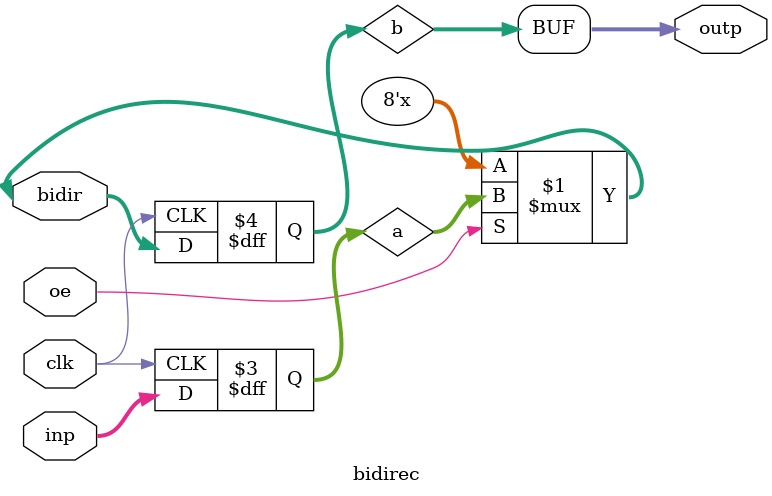
<source format=v>


module bidirec (oe, clk, inp, outp, bidir);

// Port Declaration
input oe;
input clk;
input [7:0] inp;
output [7:0] outp;
inout [7:0] bidir; 
reg [7:0] a;
reg [7:0] b;
assign bidir = oe ? a : 8'bZ ;
assign outp = b;
// Always Construct
always @ (posedge clk)
begin
b <= bidir;
a <= inp;
end
endmodule

</source>
